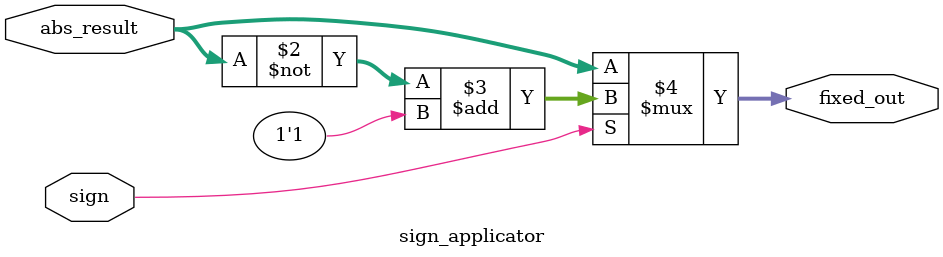
<source format=sv>
module float_to_fixed #(
    parameter INT_W  = 8,
    parameter FRAC_W = 8,
    parameter EXP_W  = 5,
    parameter MANT_W = 10
)(
    input  wire [EXP_W+MANT_W:0] float_in,
    output wire [INT_W+FRAC_W-1:0] fixed_out,
    output wire overflow
);

    // Signal declarations for inter-module connections
    wire sign_bit;
    wire [EXP_W-1:0] exponent;
    wire [MANT_W-1:0] mantissa;
    wire [MANT_W:0] mantissa_full;
    wire signed [EXP_W:0] shift_amount;
    wire [MANT_W+INT_W+FRAC_W:0] shifted_mantissa;
    wire [INT_W+FRAC_W-1:0] abs_fixed_result;
    wire overflow_flag;

    // Floating-point input decoder
    float_input_decoder #(
        .EXP_W(EXP_W),
        .MANT_W(MANT_W)
    ) u_input_decoder (
        .float_in    (float_in),
        .sign        (sign_bit),
        .exp         (exponent),
        .mant        (mantissa),
        .full_mant   (mantissa_full)
    );

    // Shift amount calculator
    shift_amount_calc #(
        .EXP_W(EXP_W),
        .FRAC_W(FRAC_W)
    ) u_shift_amount_calc (
        .exp        (exponent),
        .shift_amt  (shift_amount)
    );

    // Mantissa shifter (normalizes mantissa according to shift amount)
    mantissa_shifter #(
        .MANT_W(MANT_W),
        .INT_W(INT_W),
        .FRAC_W(FRAC_W)
    ) u_mantissa_shifter (
        .full_mant   (mantissa_full),
        .shift_amt   (shift_amount),
        .shifted     (shifted_mantissa)
    );

    // Overflow detector and absolute value extractor
    overflow_and_abs #(
        .MANT_W(MANT_W),
        .INT_W(INT_W),
        .FRAC_W(FRAC_W)
    ) u_overflow_and_abs (
        .shifted     (shifted_mantissa),
        .abs_result  (abs_fixed_result),
        .overflow    (overflow_flag)
    );

    // Sign applicator (handles two's complement for negative results)
    sign_applicator #(
        .INT_W(INT_W),
        .FRAC_W(FRAC_W)
    ) u_sign_applicator (
        .sign        (sign_bit),
        .abs_result  (abs_fixed_result),
        .fixed_out   (fixed_out)
    );

    assign overflow = overflow_flag;

endmodule

//-----------------------------------------------------------------------------
// 子模块: float_input_decoder
// 功能：解析输入的浮点数，分离出符号位、指数和尾数，并生成带隐含前导1的尾数
//-----------------------------------------------------------------------------
module float_input_decoder #(
    parameter EXP_W  = 5,
    parameter MANT_W = 10
)(
    input  wire [EXP_W+MANT_W:0] float_in,
    output wire                  sign,
    output wire [EXP_W-1:0]      exp,
    output wire [MANT_W-1:0]     mant,
    output wire [MANT_W:0]       full_mant
);
    assign sign      = float_in[EXP_W+MANT_W];
    assign exp       = float_in[EXP_W+MANT_W-1:MANT_W];
    assign mant      = float_in[MANT_W-1:0];
    assign full_mant = {1'b1, mant}; // 隐含的前导1
endmodule

//-----------------------------------------------------------------------------
// 子模块: shift_amount_calc
// 功能：计算浮点转定点所需的移位量
// 合并所有与移位量相关的组合逻辑
//-----------------------------------------------------------------------------
module shift_amount_calc #(
    parameter EXP_W  = 5,
    parameter FRAC_W = 8
)(
    input  wire [EXP_W-1:0] exp,
    output reg  signed [EXP_W:0] shift_amt
);
    // Bias = 2^(EXP_W-1) - 1
    localparam [EXP_W-1:0] EXP_BIAS = {(EXP_W-1){1'b1}};
    always @* begin
        shift_amt = $signed({1'b0, exp}) - $signed({1'b0, EXP_BIAS}) - FRAC_W;
    end
endmodule

//-----------------------------------------------------------------------------
// 子模块: mantissa_shifter
// 功能：根据移位量对尾数进行左移或右移，实现定点对齐
// 合并所有与移位相关的组合逻辑
//-----------------------------------------------------------------------------
module mantissa_shifter #(
    parameter MANT_W = 10,
    parameter INT_W  = 8,
    parameter FRAC_W = 8
)(
    input  wire [MANT_W:0]      full_mant,
    input  wire signed [($clog2(MANT_W+INT_W+FRAC_W+2))-1:0] shift_amt,
    output reg  [MANT_W+INT_W+FRAC_W:0] shifted
);
    localparam SHIFT_W = $clog2(MANT_W+INT_W+FRAC_W+2);

    always @* begin
        shifted = (shift_amt >= 0) ? (full_mant << shift_amt[SHIFT_W-1:0]) : (full_mant >> (-shift_amt[SHIFT_W-1:0]));
    end
endmodule

//-----------------------------------------------------------------------------
// 子模块: overflow_and_abs
// 功能：检测溢出并提取定点结果的绝对值部分
// 合并所有相关组合逻辑
//-----------------------------------------------------------------------------
module overflow_and_abs #(
    parameter MANT_W = 10,
    parameter INT_W  = 8,
    parameter FRAC_W = 8
)(
    input  wire [MANT_W+INT_W+FRAC_W:0] shifted,
    output reg [INT_W+FRAC_W-1:0]      abs_result,
    output reg                         overflow
);
    always @* begin
        abs_result = shifted[INT_W+FRAC_W-1:0];
        overflow   = |shifted[MANT_W+INT_W+FRAC_W:INT_W+FRAC_W];
    end
endmodule

//-----------------------------------------------------------------------------
// 子模块: sign_applicator
// 功能：根据符号位对定点结果进行符号扩展（正数原码，负数补码）
// 合并符号应用相关组合逻辑
//-----------------------------------------------------------------------------
module sign_applicator #(
    parameter INT_W  = 8,
    parameter FRAC_W = 8
)(
    input  wire              sign,
    input  wire [INT_W+FRAC_W-1:0] abs_result,
    output reg  [INT_W+FRAC_W-1:0] fixed_out
);
    always @* begin
        fixed_out = sign ? (~abs_result + 1'b1) : abs_result;
    end
endmodule
</source>
